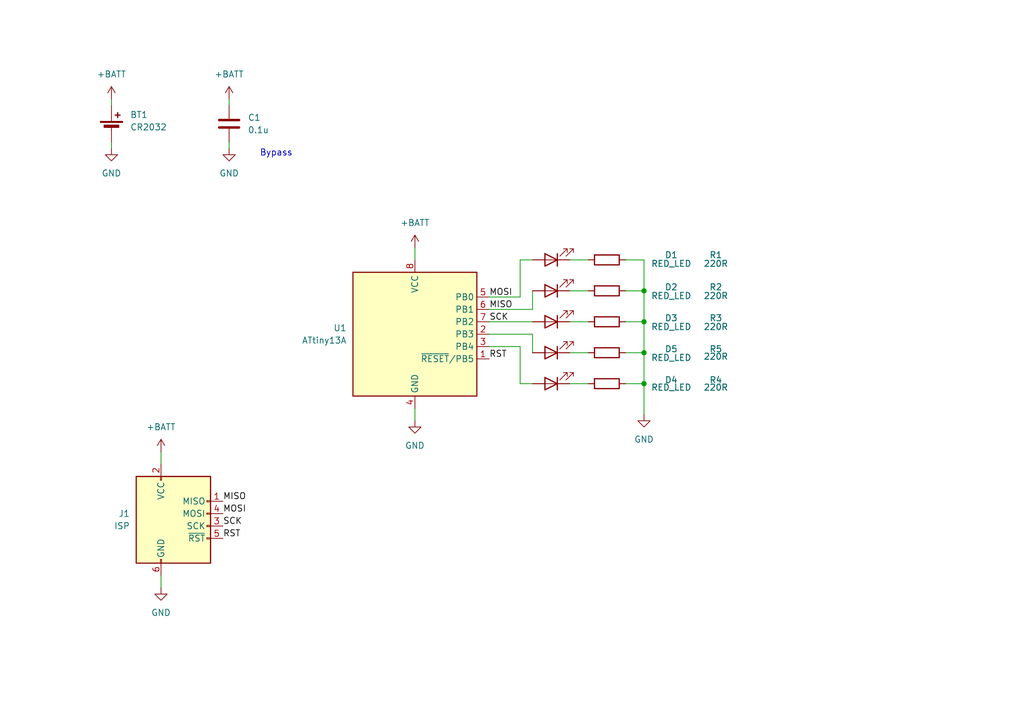
<source format=kicad_sch>
(kicad_sch (version 20231120) (generator "eeschema") (generator_version "8.0")
  (paper "A5")
  (lib_symbols
    (symbol "Connector:AVR-ISP-6" (pin_names (offset 1.016))
      (property "Reference" "J" (at -6.35 11.43 0))
      (property "Value" "AVR-ISP-6" (at 0 11.43 0))
      (symbol "AVR-ISP-6_0_1"
        (rectangle (start -2.667 -6.858) (end -2.413 -7.62))
        (rectangle (start -2.667 10.16) (end -2.413 9.398))
        (rectangle (start 7.62 -2.413) (end 6.858 -2.667))
        (rectangle (start 7.62 0.127) (end 6.858 -0.127))
        (rectangle (start 7.62 2.667) (end 6.858 2.413))
        (rectangle (start 7.62 5.207) (end 6.858 4.953))
        (rectangle (start 7.62 10.16) (end -7.62 -7.62) (stroke (width 0.254)) (fill (type background)))
      )
      (symbol "AVR-ISP-6_1_1"
        (pin passive line (at 10.16 5.08 180) (length 2.54) (name "MISO") (number "1"))
        (pin passive line (at -2.54 12.7 270) (length 2.54) (name "VCC") (number "2"))
        (pin passive line (at 10.16 0 180) (length 2.54) (name "SCK") (number "3"))
        (pin passive line (at 10.16 2.54 180) (length 2.54) (name "MOSI") (number "4"))
        (pin passive line (at 10.16 -2.54 180) (length 2.54) (name "~{RST}") (number "5"))
        (pin passive line (at -2.54 -10.16 90) (length 2.54) (name "GND") (number "6"))
      )
    )
    (symbol "Device:Battery_Cell" (pin_numbers hide) (pin_names (offset 0) hide)
      (property "Reference" "BT" (at 2.54 2.54 0))
      (property "Value" "Battery_Cell" (at 2.54 0 0))
      (symbol "Battery_Cell_0_1"
        (rectangle (start -2.286 1.778) (end 2.286 1.524) (fill (type outline)))
        (rectangle (start -1.524 1.016) (end 1.524 0.508) (fill (type outline)))
        (polyline (pts (xy 0 0.762) (xy 0 0)))
        (polyline (pts (xy 0 1.778) (xy 0 2.54)))
        (polyline (pts (xy 0.762 3.048) (xy 1.778 3.048)) (stroke (width 0.254)))
        (polyline (pts (xy 1.27 3.556) (xy 1.27 2.54)) (stroke (width 0.254)))
      )
      (symbol "Battery_Cell_1_1"
        (pin passive line (at 0 5.08 270) (length 2.54) (name "+") (number "1"))
        (pin passive line (at 0 -2.54 90) (length 2.54) (name "-") (number "2"))
      )
    )
    (symbol "Device:C" (pin_numbers hide) (pin_names (offset 0.254))
      (property "Reference" "C" (at 0.635 2.54 0))
      (property "Value" "C" (at 0.635 -2.54 0))
      (symbol "C_0_1"
        (polyline (pts (xy -2.032 -0.762) (xy 2.032 -0.762)) (stroke (width 0.508)))
        (polyline (pts (xy -2.032 0.762) (xy 2.032 0.762)) (stroke (width 0.508)))
      )
      (symbol "C_1_1"
        (pin passive line (at 0 3.81 270) (length 2.794) (name "~") (number "1"))
        (pin passive line (at 0 -3.81 90) (length 2.794) (name "~") (number "2"))
      )
    )
    (symbol "Device:LED" (pin_numbers hide) (pin_names (offset 1.016) hide)
      (property "Reference" "D" (at 0 2.54 0))
      (property "Value" "LED" (at 0 -2.54 0))
      (symbol "LED_0_1"
        (polyline (pts (xy -1.27 -1.27) (xy -1.27 1.27)) (stroke (width 0.254)))
        (polyline (pts (xy -1.27 0) (xy 1.27 0)))
        (polyline (pts (xy 1.27 -1.27) (xy 1.27 1.27) (xy -1.27 0) (xy 1.27 -1.27)) (stroke (width 0.254)))
        (polyline (pts (xy -3.048 -0.762) (xy -4.572 -2.286) (xy -3.81 -2.286) (xy -4.572 -2.286) (xy -4.572 -1.524)))
        (polyline (pts (xy -1.778 -0.762) (xy -3.302 -2.286) (xy -2.54 -2.286) (xy -3.302 -2.286) (xy -3.302 -1.524)))
      )
      (symbol "LED_1_1"
        (pin passive line (at -3.81 0 0) (length 2.54) (name "K") (number "1"))
        (pin passive line (at 3.81 0 180) (length 2.54) (name "A") (number "2"))
      )
    )
    (symbol "Device:R" (pin_numbers hide) (pin_names (offset 0))
      (property "Reference" "R" (at 2.032 0 90))
      (property "Value" "R" (at 0 0 90))
      (symbol "R_0_1"
        (rectangle (start -1.016 -2.54) (end 1.016 2.54) (stroke (width 0.254)))
      )
      (symbol "R_1_1"
        (pin passive line (at 0 3.81 270) (length 1.27) (name "~") (number "1"))
        (pin passive line (at 0 -3.81 90) (length 1.27) (name "~") (number "2"))
      )
    )
    (symbol "MCU_Microchip_ATtiny:ATtiny13A-SS"
      (property "Reference" "U" (at -12.7 13.97 0))
      (property "Value" "ATtiny13A-SS" (at 2.54 -13.97 0))
      (symbol "ATtiny13A-SS_0_1"
        (rectangle (start -12.7 -12.7) (end 12.7 12.7) (stroke (width 0.254)) (fill (type background)))
      )
      (symbol "ATtiny13A-SS_1_1"
        (pin bidirectional line (at 15.24 -5.08 180) (length 2.54) (name "~{RESET}/PB5") (number "1"))
        (pin bidirectional line (at 15.24 0 180) (length 2.54) (name "PB3") (number "2"))
        (pin bidirectional line (at 15.24 -2.54 180) (length 2.54) (name "PB4") (number "3"))
        (pin power_in line (at 0 -15.24 90) (length 2.54) (name "GND") (number "4"))
        (pin bidirectional line (at 15.24 7.62 180) (length 2.54) (name "PB0") (number "5"))
        (pin bidirectional line (at 15.24 5.08 180) (length 2.54) (name "PB1") (number "6"))
        (pin bidirectional line (at 15.24 2.54 180) (length 2.54) (name "PB2") (number "7"))
        (pin power_in line (at 0 15.24 270) (length 2.54) (name "VCC") (number "8"))
      )
    )
    (symbol "power:+BATT" (power) (pin_numbers hide) (pin_names (offset 0) hide)
      (property "Value" "+BATT" (at 0 3.556 0))
      (symbol "+BATT_0_1"
        (polyline (pts (xy -0.762 1.27) (xy 0 2.54)))
        (polyline (pts (xy 0 0) (xy 0 2.54)))
        (polyline (pts (xy 0 2.54) (xy 0.762 1.27)))
      )
      (symbol "+BATT_1_1"
        (pin power_in line (at 0 0 90) (length 0) (name "~") (number "1"))
      )
    )
    (symbol "power:GND" (power) (pin_numbers hide) (pin_names (offset 0) hide)
      (property "Value" "GND" (at 0 -3.81 0))
      (symbol "GND_0_1"
        (polyline (pts (xy 0 0) (xy 0 -1.27) (xy 1.27 -1.27) (xy 0 -2.54) (xy -1.27 -1.27) (xy 0 -1.27)))
      )
      (symbol "GND_1_1"
        (pin power_in line (at 0 0 270) (length 0) (name "~") (number "1"))
      )
    )
  )
  (junction (at 132.08 72.39))
  (junction (at 132.08 66.04))
  (junction (at 132.08 59.69))
  (junction (at 132.08 78.74))
  (wire (pts (xy 85.09 83.82) (xy 85.09 86.36)))
  (wire (pts (xy 106.68 71.12) (xy 106.68 78.74)))
  (wire (pts (xy 46.99 20.32) (xy 46.99 21.59)))
  (wire (pts (xy 116.84 72.39) (xy 120.65 72.39)))
  (wire (pts (xy 128.27 59.69) (xy 132.08 59.69)))
  (wire (pts (xy 132.08 72.39) (xy 132.08 78.74)))
  (wire (pts (xy 109.22 68.58) (xy 100.33 68.58)))
  (wire (pts (xy 100.33 71.12) (xy 106.68 71.12)))
  (wire (pts (xy 33.02 92.71) (xy 33.02 95.25)))
  (wire (pts (xy 109.22 66.04) (xy 100.33 66.04)))
  (wire (pts (xy 128.27 78.74) (xy 132.08 78.74)))
  (wire (pts (xy 128.27 66.04) (xy 132.08 66.04)))
  (wire (pts (xy 116.84 53.34) (xy 120.65 53.34)))
  (wire (pts (xy 85.09 50.8) (xy 85.09 53.34)))
  (wire (pts (xy 132.08 53.34) (xy 132.08 59.69)))
  (wire (pts (xy 116.84 59.69) (xy 120.65 59.69)))
  (wire (pts (xy 106.68 78.74) (xy 109.22 78.74)))
  (wire (pts (xy 116.84 66.04) (xy 120.65 66.04)))
  (wire (pts (xy 109.22 59.69) (xy 109.22 63.5)))
  (wire (pts (xy 106.68 53.34) (xy 106.68 60.96)))
  (wire (pts (xy 128.27 53.34) (xy 132.08 53.34)))
  (wire (pts (xy 106.68 53.34) (xy 109.22 53.34)))
  (wire (pts (xy 22.86 20.32) (xy 22.86 21.59)))
  (wire (pts (xy 132.08 59.69) (xy 132.08 66.04)))
  (wire (pts (xy 116.84 78.74) (xy 120.65 78.74)))
  (wire (pts (xy 109.22 72.39) (xy 109.22 68.58)))
  (wire (pts (xy 132.08 78.74) (xy 132.08 85.09)))
  (wire (pts (xy 33.02 118.11) (xy 33.02 120.65)))
  (wire (pts (xy 132.08 66.04) (xy 132.08 72.39)))
  (wire (pts (xy 46.99 29.21) (xy 46.99 30.48)))
  (wire (pts (xy 109.22 63.5) (xy 100.33 63.5)))
  (wire (pts (xy 22.86 29.21) (xy 22.86 30.48)))
  (wire (pts (xy 106.68 60.96) (xy 100.33 60.96)))
  (wire (pts (xy 128.27 72.39) (xy 132.08 72.39)))
  (text "Bypass" (at 56.642 31.496 0) (effects (font (size 1.27 1.27))))
  (label "RST" (at 45.72 110.49 0))
  (label "MISO" (at 100.33 63.5 0))
  (label "MOSI" (at 45.72 105.41 0))
  (label "SCK" (at 100.33 66.04 0))
  (label "SCK" (at 45.72 107.95 0))
  (label "MOSI" (at 100.33 60.96 0))
  (label "RST" (at 100.33 73.66 0))
  (label "MISO" (at 45.72 102.87 0))
  (symbol (lib_id "Device:R") (at 124.46 72.39 90) (unit 1)
    (property "Reference" "R5" (at 146.812 71.628 90))
    (property "Value" "220R" (at 146.812 73.152 90))
    (property "Footprint" "Resistor_SMD:R_0805_2012Metric_Pad1.20x1.40mm_HandSolder" (effects (hide yes)))
    (property "Description" "Resistor" (effects (hide yes)))
    (property "LCSC" "C2933537" (effects (hide yes)))
  )
  (symbol (lib_id "power:+BATT") (at 85.09 50.8 0) (unit 1)
    (property "Reference" "#PWR05" (effects (hide yes)))
    (property "Value" "+BATT" (at 85.09 45.72 0))
    (property "Description" "Power symbol creates a global label with name \"+BATT\"" (effects (hide yes)))
  )
  (symbol (lib_id "power:+BATT") (at 33.02 92.71 0) (unit 1)
    (property "Reference" "#PWR08" (effects (hide yes)))
    (property "Value" "+BATT" (at 33.02 87.63 0))
    (property "Description" "Power symbol creates a global label with name \"+BATT\"" (effects (hide yes)))
  )
  (symbol (lib_id "Device:LED") (at 113.03 53.34 180) (unit 1)
    (property "Reference" "D1" (at 137.668 52.324 0))
    (property "Value" "RED_LED" (at 137.668 54.102 0))
    (property "Footprint" "LED_SMD:LED_0805_2012Metric_Pad1.15x1.40mm_HandSolder" (effects (hide yes)))
    (property "Description" "Light emitting diode" (effects (hide yes)))
    (property "LCSC" "C965812" (effects (hide yes)))
  )
  (symbol (lib_id "Device:LED") (at 113.03 59.69 180) (unit 1)
    (property "Reference" "D2" (at 137.668 58.928 0))
    (property "Value" "RED_LED" (at 137.668 60.706 0))
    (property "Footprint" "LED_SMD:LED_0805_2012Metric_Pad1.15x1.40mm_HandSolder" (effects (hide yes)))
    (property "Description" "Light emitting diode" (effects (hide yes)))
    (property "LCSC" "C965812" (effects (hide yes)))
  )
  (symbol (lib_id "Connector:AVR-ISP-6") (at 35.56 107.95 0) (unit 1) (in_bom no)
    (property "Reference" "J1" (at 26.67 105.4099 0) (effects (justify right)))
    (property "Value" "ISP" (at 26.67 107.9499 0) (effects (justify right)))
    (property "Footprint" "JTAG:06x1_1.27mm" (effects (hide yes)))
    (property "Datasheet" " ~" (effects (hide yes)))
    (property "Description" "Atmel 6-pin ISP connector" (effects (hide yes)))
  )
  (symbol (lib_id "Device:LED") (at 113.03 66.04 180) (unit 1)
    (property "Reference" "D3" (at 137.668 65.278 0))
    (property "Value" "RED_LED" (at 137.668 67.056 0))
    (property "Footprint" "LED_SMD:LED_0805_2012Metric_Pad1.15x1.40mm_HandSolder" (effects (hide yes)))
    (property "Description" "Light emitting diode" (effects (hide yes)))
    (property "LCSC" "C965812" (effects (hide yes)))
  )
  (symbol (lib_id "Device:Battery_Cell") (at 22.86 26.67 0) (unit 1)
    (property "Reference" "BT1" (at 26.67 23.5584 0) (effects (justify left)))
    (property "Value" "CR2032" (at 26.67 26.0984 0) (effects (justify left)))
    (property "Footprint" "Battery:BatteryHolder_Multicomp_BC-2001_1x2032" (effects (hide yes)))
    (property "Description" "Single-cell battery" (effects (hide yes)))
    (property "LCSC" "C70373" (effects (hide yes)))
  )
  (symbol (lib_id "Device:R") (at 124.46 59.69 90) (unit 1)
    (property "Reference" "R2" (at 146.812 58.928 90))
    (property "Value" "220R" (at 146.812 60.706 90))
    (property "Footprint" "Resistor_SMD:R_0805_2012Metric_Pad1.20x1.40mm_HandSolder" (effects (hide yes)))
    (property "Description" "Resistor" (effects (hide yes)))
    (property "LCSC" "C2933537" (effects (hide yes)))
  )
  (symbol (lib_id "Device:R") (at 124.46 53.34 90) (unit 1)
    (property "Reference" "R1" (at 146.812 52.324 90))
    (property "Value" "220R" (at 146.812 54.102 90))
    (property "Footprint" "Resistor_SMD:R_0805_2012Metric_Pad1.20x1.40mm_HandSolder" (effects (hide yes)))
    (property "Description" "Resistor" (effects (hide yes)))
    (property "LCSC" "C2933537" (effects (hide yes)))
  )
  (symbol (lib_id "power:GND") (at 132.08 85.09 0) (unit 1)
    (property "Reference" "#PWR04" (effects (hide yes)))
    (property "Value" "GND" (at 132.08 90.17 0))
    (property "Description" "Power symbol creates a global label with name \"GND\" , ground" (effects (hide yes)))
  )
  (symbol (lib_id "MCU_Microchip_ATtiny:ATtiny13A-SS") (at 85.09 68.58 0) (unit 1)
    (property "Reference" "U1" (at 71.12 67.3099 0) (effects (justify right)))
    (property "Value" "ATtiny13A" (at 71.12 69.8499 0) (effects (justify right)))
    (property "Footprint" "Package_SO:SOIC-8_3.9x4.9mm_P1.27mm" (effects (hide yes)))
    (property "Datasheet" "http://ww1.microchip.com/downloads/en/DeviceDoc/doc8126.pdf" (effects (hide yes)))
    (property "Description" "20MHz, 1kB Flash, 64B SRAM, 64B EEPROM, debugWIRE, SOIC-8" (effects (hide yes)))
    (property "LCSC" "C40382" (effects (hide yes)))
  )
  (symbol (lib_id "power:+BATT") (at 22.86 20.32 0) (unit 1)
    (property "Reference" "#PWR0101" (effects (hide yes)))
    (property "Value" "+BATT" (at 22.86 15.24 0))
    (property "Description" "Power symbol creates a global label with name \"+BATT\"" (effects (hide yes)))
  )
  (symbol (lib_id "Device:C") (at 46.99 25.4 0) (unit 1)
    (property "Reference" "C1" (at 50.8 24.1299 0) (effects (justify left)))
    (property "Value" "0.1u" (at 50.8 26.6699 0) (effects (justify left)))
    (property "Footprint" "Capacitor_SMD:C_0805_2012Metric_Pad1.18x1.45mm_HandSolder" (effects (hide yes)))
    (property "Description" "Unpolarized capacitor" (effects (hide yes)))
    (property "LCSC" "C476766" (effects (hide yes)))
  )
  (symbol (lib_id "power:+BATT") (at 46.99 20.32 0) (unit 1)
    (property "Reference" "#PWR02" (effects (hide yes)))
    (property "Value" "+BATT" (at 46.99 15.24 0))
    (property "Description" "Power symbol creates a global label with name \"+BATT\"" (effects (hide yes)))
  )
  (symbol (lib_id "Device:LED") (at 113.03 78.74 180) (unit 1)
    (property "Reference" "D4" (at 137.668 77.978 0))
    (property "Value" "RED_LED" (at 137.668 79.502 0))
    (property "Footprint" "LED_SMD:LED_0805_2012Metric_Pad1.15x1.40mm_HandSolder" (effects (hide yes)))
    (property "Description" "Light emitting diode" (effects (hide yes)))
    (property "LCSC" "C965812" (effects (hide yes)))
  )
  (symbol (lib_id "power:GND") (at 33.02 120.65 0) (unit 1)
    (property "Reference" "#PWR07" (effects (hide yes)))
    (property "Value" "GND" (at 33.02 125.73 0))
    (property "Description" "Power symbol creates a global label with name \"GND\" , ground" (effects (hide yes)))
  )
  (symbol (lib_id "Device:LED") (at 113.03 72.39 180) (unit 1)
    (property "Reference" "D5" (at 137.668 71.628 0))
    (property "Value" "RED_LED" (at 137.668 73.406 0))
    (property "Footprint" "LED_SMD:LED_0805_2012Metric_Pad1.15x1.40mm_HandSolder" (effects (hide yes)))
    (property "Description" "Light emitting diode" (effects (hide yes)))
    (property "LCSC" "C965812" (effects (hide yes)))
  )
  (symbol (lib_id "power:GND") (at 85.09 86.36 0) (unit 1)
    (property "Reference" "#PWR06" (effects (hide yes)))
    (property "Value" "GND" (at 85.09 91.44 0))
    (property "Description" "Power symbol creates a global label with name \"GND\" , ground" (effects (hide yes)))
  )
  (symbol (lib_id "Device:R") (at 124.46 78.74 90) (unit 1)
    (property "Reference" "R4" (at 146.812 77.978 90))
    (property "Value" "220R" (at 146.812 79.502 90))
    (property "Footprint" "Resistor_SMD:R_0805_2012Metric_Pad1.20x1.40mm_HandSolder" (effects (hide yes)))
    (property "Description" "Resistor" (effects (hide yes)))
    (property "LCSC" "C2933537" (effects (hide yes)))
  )
  (symbol (lib_id "Device:R") (at 124.46 66.04 90) (unit 1)
    (property "Reference" "R3" (at 146.812 65.278 90))
    (property "Value" "220R" (at 146.812 67.056 90))
    (property "Footprint" "Resistor_SMD:R_0805_2012Metric_Pad1.20x1.40mm_HandSolder" (effects (hide yes)))
    (property "Description" "Resistor" (effects (hide yes)))
    (property "LCSC" "C2933537" (effects (hide yes)))
  )
  (symbol (lib_id "power:GND") (at 46.99 30.48 0) (unit 1)
    (property "Reference" "#PWR03" (effects (hide yes)))
    (property "Value" "GND" (at 46.99 35.56 0))
    (property "Description" "Power symbol creates a global label with name \"GND\" , ground" (effects (hide yes)))
  )
  (symbol (lib_id "power:GND") (at 22.86 30.48 0) (unit 1)
    (property "Reference" "#PWR01" (effects (hide yes)))
    (property "Value" "GND" (at 22.86 35.56 0))
    (property "Description" "Power symbol creates a global label with name \"GND\" , ground" (effects (hide yes)))
  )
)
</source>
